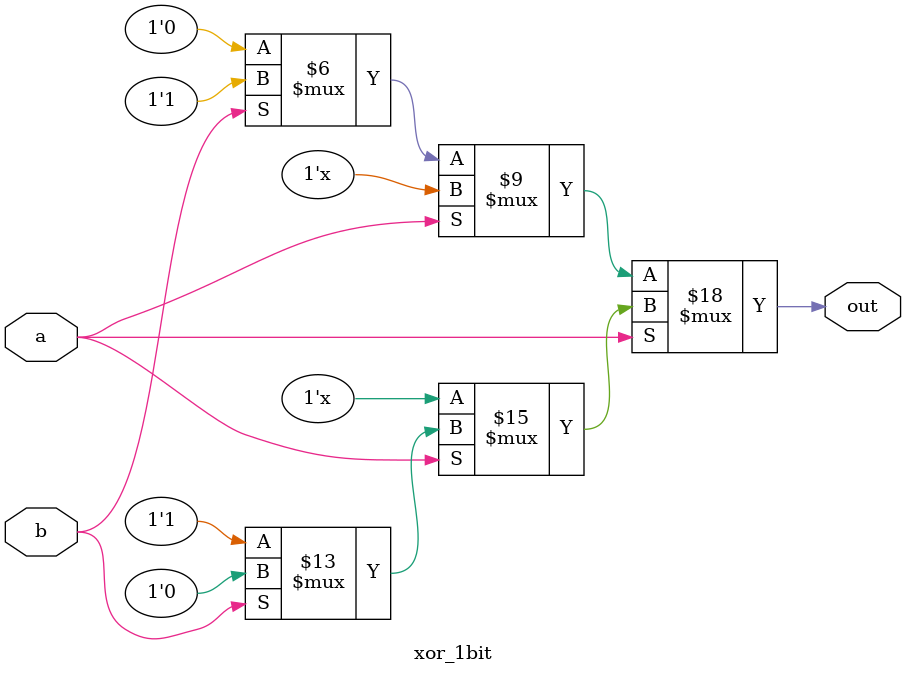
<source format=v>

`timescale 1ns/1ps

module xor_1bit(a, b, out);

input a ,b ;
output reg out;

always @(a or b ) begin
	
	if (a == 1'b1) begin
		if(b == 1'b0)
			out = 1'b1;

		else
			out = 1'b0;
	end
	else
		if(b == 1'b1)
			out = 1'b1;

		else
			out = 1'b0;
end

endmodule
</source>
